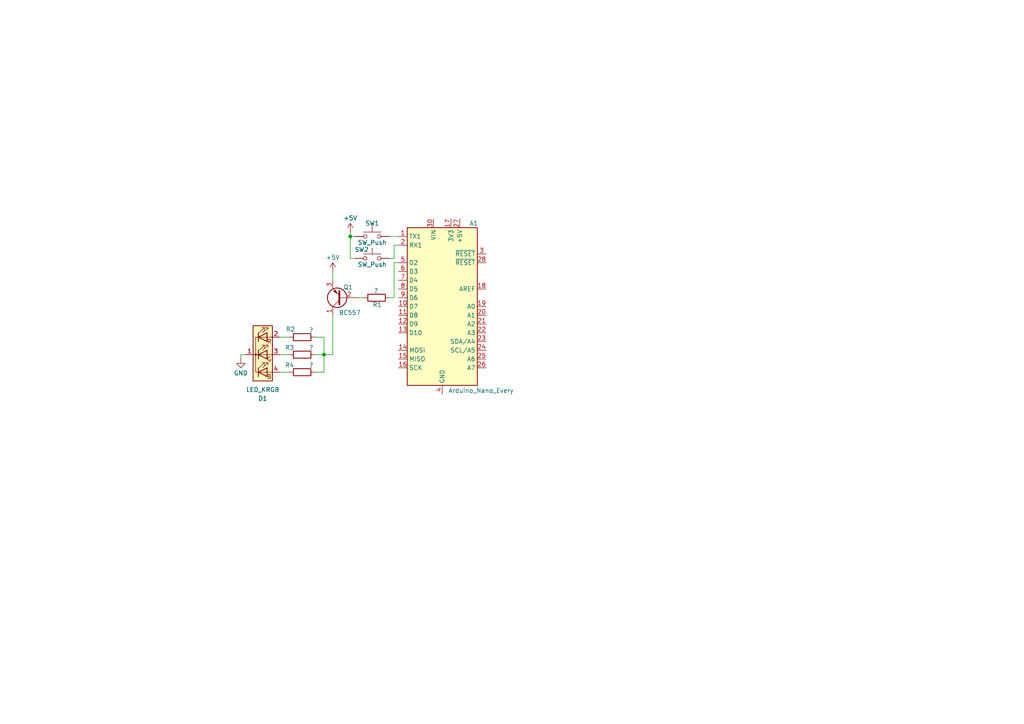
<source format=kicad_sch>
(kicad_sch (version 20231120) (generator "eeschema") (generator_version "8.0")
  (paper "A4")
  (lib_symbols
    (symbol "Device:LED_KRGB" (pin_names (offset 0) hide)
      (property "Reference" "D" (at 0 9.398 0))
      (property "Value" "LED_KRGB" (at 0 -8.89 0))
      (symbol "LED_KRGB_0_0"
        (text "B" (at 1.905 -6.35 0) (effects (font (size 1.27 1.27))))
        (text "G" (at 1.905 -1.27 0) (effects (font (size 1.27 1.27))))
        (text "R" (at 1.905 3.81 0) (effects (font (size 1.27 1.27))))
      )
      (symbol "LED_KRGB_0_1"
        (circle (center -2.032 0) (radius 0.254) (fill (type outline)))
        (polyline (pts (xy -1.27 -5.08) (xy 1.27 -5.08)))
        (polyline (pts (xy -1.27 -3.81) (xy -1.27 -6.35)) (stroke (width 0.254)))
        (polyline (pts (xy -1.27 0) (xy -2.54 0)))
        (polyline (pts (xy -1.27 1.27) (xy -1.27 -1.27)) (stroke (width 0.254)))
        (polyline (pts (xy -1.27 5.08) (xy 1.27 5.08)))
        (polyline (pts (xy -1.27 6.35) (xy -1.27 3.81)) (stroke (width 0.254)))
        (polyline (pts (xy 1.27 -5.08) (xy 2.54 -5.08)))
        (polyline (pts (xy 1.27 0) (xy -1.27 0)))
        (polyline (pts (xy 1.27 0) (xy 2.54 0)))
        (polyline (pts (xy 1.27 5.08) (xy 2.54 5.08)))
        (polyline (pts (xy -1.27 1.27) (xy -1.27 -1.27) (xy -1.27 -1.27)))
        (polyline (pts (xy -1.27 6.35) (xy -1.27 3.81) (xy -1.27 3.81)))
        (polyline (pts (xy -1.27 5.08) (xy -2.032 5.08) (xy -2.032 -5.08) (xy -1.016 -5.08)))
        (polyline (pts (xy 1.27 -3.81) (xy 1.27 -6.35) (xy -1.27 -5.08) (xy 1.27 -3.81)) (stroke (width 0.254)))
        (polyline (pts (xy 1.27 1.27) (xy 1.27 -1.27) (xy -1.27 0) (xy 1.27 1.27)) (stroke (width 0.254)))
        (polyline (pts (xy 1.27 6.35) (xy 1.27 3.81) (xy -1.27 5.08) (xy 1.27 6.35)) (stroke (width 0.254)))
        (polyline (pts (xy -1.016 -3.81) (xy 0.508 -2.286) (xy -0.254 -2.286) (xy 0.508 -2.286) (xy 0.508 -3.048)))
        (polyline (pts (xy -1.016 1.27) (xy 0.508 2.794) (xy -0.254 2.794) (xy 0.508 2.794) (xy 0.508 2.032)))
        (polyline (pts (xy -1.016 6.35) (xy 0.508 7.874) (xy -0.254 7.874) (xy 0.508 7.874) (xy 0.508 7.112)))
        (polyline (pts (xy 0 -3.81) (xy 1.524 -2.286) (xy 0.762 -2.286) (xy 1.524 -2.286) (xy 1.524 -3.048)))
        (polyline (pts (xy 0 1.27) (xy 1.524 2.794) (xy 0.762 2.794) (xy 1.524 2.794) (xy 1.524 2.032)))
        (polyline (pts (xy 0 6.35) (xy 1.524 7.874) (xy 0.762 7.874) (xy 1.524 7.874) (xy 1.524 7.112)))
        (rectangle (start 1.27 -1.27) (end 1.27 1.27))
        (rectangle (start 1.27 1.27) (end 1.27 1.27))
        (rectangle (start 1.27 3.81) (end 1.27 6.35))
        (rectangle (start 1.27 6.35) (end 1.27 6.35))
        (rectangle (start 2.794 8.382) (end -2.794 -7.62) (stroke (width 0.254)) (fill (type background)))
      )
      (symbol "LED_KRGB_1_1"
        (pin passive line (at -5.08 0 0) (length 2.54) (name "K") (number "1"))
        (pin passive line (at 5.08 5.08 180) (length 2.54) (name "RA") (number "2"))
        (pin passive line (at 5.08 0 180) (length 2.54) (name "GA") (number "3"))
        (pin passive line (at 5.08 -5.08 180) (length 2.54) (name "BA") (number "4"))
      )
    )
    (symbol "Device:R" (pin_numbers hide) (pin_names (offset 0))
      (property "Reference" "R" (at 2.032 0 90))
      (property "Value" "R" (at 0 0 90))
      (symbol "R_0_1"
        (rectangle (start -1.016 -2.54) (end 1.016 2.54) (stroke (width 0.254)))
      )
      (symbol "R_1_1"
        (pin passive line (at 0 3.81 270) (length 1.27) (name "~") (number "1"))
        (pin passive line (at 0 -3.81 90) (length 1.27) (name "~") (number "2"))
      )
    )
    (symbol "MCU_Module:Arduino_Nano_Every"
      (property "Reference" "A" (at -10.16 23.495 0))
      (property "Value" "Arduino_Nano_Every" (at 5.08 -24.13 0))
      (symbol "Arduino_Nano_Every_0_1"
        (rectangle (start -10.16 22.86) (end 10.16 -22.86) (stroke (width 0.254)) (fill (type background)))
      )
      (symbol "Arduino_Nano_Every_1_1"
        (pin bidirectional line (at -12.7 20.32 0) (length 2.54) (name "TX1") (number "1"))
        (pin bidirectional line (at -12.7 0 0) (length 2.54) (name "D7") (number "10"))
        (pin bidirectional line (at -12.7 -2.54 0) (length 2.54) (name "D8") (number "11"))
        (pin bidirectional line (at -12.7 -5.08 0) (length 2.54) (name "D9") (number "12"))
        (pin bidirectional line (at -12.7 -7.62 0) (length 2.54) (name "D10") (number "13"))
        (pin bidirectional line (at -12.7 -12.7 0) (length 2.54) (name "MOSI") (number "14"))
        (pin bidirectional line (at -12.7 -15.24 0) (length 2.54) (name "MISO") (number "15"))
        (pin bidirectional line (at -12.7 -17.78 0) (length 2.54) (name "SCK") (number "16"))
        (pin power_out line (at 2.54 25.4 270) (length 2.54) (name "3V3") (number "17"))
        (pin input line (at 12.7 5.08 180) (length 2.54) (name "AREF") (number "18"))
        (pin bidirectional line (at 12.7 0 180) (length 2.54) (name "A0") (number "19"))
        (pin bidirectional line (at -12.7 17.78 0) (length 2.54) (name "RX1") (number "2"))
        (pin bidirectional line (at 12.7 -2.54 180) (length 2.54) (name "A1") (number "20"))
        (pin bidirectional line (at 12.7 -5.08 180) (length 2.54) (name "A2") (number "21"))
        (pin bidirectional line (at 12.7 -7.62 180) (length 2.54) (name "A3") (number "22"))
        (pin bidirectional line (at 12.7 -10.16 180) (length 2.54) (name "SDA/A4") (number "23"))
        (pin bidirectional line (at 12.7 -12.7 180) (length 2.54) (name "SCL/A5") (number "24"))
        (pin bidirectional line (at 12.7 -15.24 180) (length 2.54) (name "A6") (number "25"))
        (pin bidirectional line (at 12.7 -17.78 180) (length 2.54) (name "A7") (number "26"))
        (pin power_out line (at 5.08 25.4 270) (length 2.54) (name "+5V") (number "27"))
        (pin input line (at 12.7 12.7 180) (length 2.54) (name "~{RESET}") (number "28"))
        (pin passive line (at 0 -25.4 90) (length 2.54) hide (name "GND") (number "29"))
        (pin input line (at 12.7 15.24 180) (length 2.54) (name "~{RESET}") (number "3"))
        (pin power_in line (at -2.54 25.4 270) (length 2.54) (name "VIN") (number "30"))
        (pin power_in line (at 0 -25.4 90) (length 2.54) (name "GND") (number "4"))
        (pin bidirectional line (at -12.7 12.7 0) (length 2.54) (name "D2") (number "5"))
        (pin bidirectional line (at -12.7 10.16 0) (length 2.54) (name "D3") (number "6"))
        (pin bidirectional line (at -12.7 7.62 0) (length 2.54) (name "D4") (number "7"))
        (pin bidirectional line (at -12.7 5.08 0) (length 2.54) (name "D5") (number "8"))
        (pin bidirectional line (at -12.7 2.54 0) (length 2.54) (name "D6") (number "9"))
      )
    )
    (symbol "Switch:SW_Push" (pin_numbers hide) (pin_names (offset 1.016) hide)
      (property "Reference" "SW" (at 1.27 2.54 0))
      (property "Value" "SW_Push" (at 0 -1.524 0))
      (symbol "SW_Push_0_1"
        (circle (center -2.032 0) (radius 0.508))
        (polyline (pts (xy 0 1.27) (xy 0 3.048)))
        (polyline (pts (xy 2.54 1.27) (xy -2.54 1.27)))
        (circle (center 2.032 0) (radius 0.508))
        (pin passive line (at -5.08 0 0) (length 2.54) (name "1") (number "1"))
        (pin passive line (at 5.08 0 180) (length 2.54) (name "2") (number "2"))
      )
    )
    (symbol "Transistor_BJT:BC557" (pin_names (offset 0) hide)
      (property "Reference" "Q" (at 5.08 1.905 0))
      (property "Value" "BC557" (at 5.08 0 0))
      (symbol "BC557_0_1"
        (polyline (pts (xy 0.635 0.635) (xy 2.54 2.54)))
        (polyline (pts (xy 0.635 -0.635) (xy 2.54 -2.54) (xy 2.54 -2.54)))
        (polyline (pts (xy 0.635 1.905) (xy 0.635 -1.905) (xy 0.635 -1.905)) (stroke (width 0.508)))
        (polyline (pts (xy 2.286 -1.778) (xy 1.778 -2.286) (xy 1.27 -1.27) (xy 2.286 -1.778) (xy 2.286 -1.778)) (fill (type outline)))
        (circle (center 1.27 0) (radius 2.8194) (stroke (width 0.254)))
      )
      (symbol "BC557_1_1"
        (pin passive line (at 2.54 5.08 270) (length 2.54) (name "C") (number "1"))
        (pin input line (at -5.08 0 0) (length 5.715) (name "B") (number "2"))
        (pin passive line (at 2.54 -5.08 90) (length 2.54) (name "E") (number "3"))
      )
    )
    (symbol "power:+5V" (power) (pin_numbers hide) (pin_names (offset 0) hide)
      (property "Value" "+5V" (at 0 3.556 0))
      (symbol "+5V_0_1"
        (polyline (pts (xy -0.762 1.27) (xy 0 2.54)))
        (polyline (pts (xy 0 0) (xy 0 2.54)))
        (polyline (pts (xy 0 2.54) (xy 0.762 1.27)))
      )
      (symbol "+5V_1_1"
        (pin power_in line (at 0 0 90) (length 0) (name "~") (number "1"))
      )
    )
    (symbol "power:GND" (power) (pin_numbers hide) (pin_names (offset 0) hide)
      (property "Value" "GND" (at 0 -3.81 0))
      (symbol "GND_0_1"
        (polyline (pts (xy 0 0) (xy 0 -1.27) (xy 1.27 -1.27) (xy 0 -2.54) (xy -1.27 -1.27) (xy 0 -1.27)))
      )
      (symbol "GND_1_1"
        (pin power_in line (at 0 0 270) (length 0) (name "~") (number "1"))
      )
    )
  )
  (junction (at 93.98 102.87))
  (junction (at 101.6 68.58))
  (wire (pts (xy 93.98 102.87) (xy 93.98 97.79)))
  (wire (pts (xy 115.57 71.12) (xy 114.3 71.12)))
  (wire (pts (xy 93.98 107.95) (xy 93.98 102.87)))
  (wire (pts (xy 96.52 78.74) (xy 96.52 81.28)))
  (wire (pts (xy 91.44 97.79) (xy 93.98 97.79)))
  (wire (pts (xy 102.87 68.58) (xy 101.6 68.58)))
  (wire (pts (xy 81.28 97.79) (xy 83.82 97.79)))
  (wire (pts (xy 113.03 86.36) (xy 114.3 86.36)))
  (wire (pts (xy 114.3 76.2) (xy 115.57 76.2)))
  (wire (pts (xy 101.6 74.93) (xy 102.87 74.93)))
  (wire (pts (xy 93.98 102.87) (xy 96.52 102.87)))
  (wire (pts (xy 91.44 102.87) (xy 93.98 102.87)))
  (wire (pts (xy 114.3 76.2) (xy 114.3 86.36)))
  (wire (pts (xy 69.85 102.87) (xy 69.85 104.14)))
  (wire (pts (xy 71.12 102.87) (xy 69.85 102.87)))
  (wire (pts (xy 91.44 107.95) (xy 93.98 107.95)))
  (wire (pts (xy 101.6 68.58) (xy 101.6 74.93)))
  (wire (pts (xy 81.28 107.95) (xy 83.82 107.95)))
  (wire (pts (xy 114.3 74.93) (xy 113.03 74.93)))
  (wire (pts (xy 81.28 102.87) (xy 83.82 102.87)))
  (wire (pts (xy 104.14 86.36) (xy 105.41 86.36)))
  (wire (pts (xy 96.52 91.44) (xy 96.52 102.87)))
  (wire (pts (xy 101.6 67.31) (xy 101.6 68.58)))
  (wire (pts (xy 114.3 71.12) (xy 114.3 74.93)))
  (wire (pts (xy 113.03 68.58) (xy 115.57 68.58)))
  (symbol (lib_id "Device:R") (at 87.63 107.95 90) (unit 1)
    (property "Reference" "R4" (at 85.344 105.918 90) (effects (justify left)))
    (property "Value" "?" (at 90.932 105.918 90) (effects (justify left)))
    (property "Description" "Resistor" (effects (hide yes)))
  )
  (symbol (lib_id "MCU_Module:Arduino_Nano_Every") (at 128.27 88.9 0) (unit 1)
    (property "Reference" "A1" (at 136.144 64.77 0) (effects (justify left)))
    (property "Value" "Arduino_Nano_Every" (at 130.048 113.284 0) (effects (justify left)))
    (property "Footprint" "Module:Arduino_Nano" (effects (hide yes)))
    (property "Datasheet" "https://content.arduino.cc/assets/NANOEveryV3.0_sch.pdf" (effects (hide yes)))
    (property "Description" "Arduino Nano Every" (effects (hide yes)))
  )
  (symbol (lib_id "Device:R") (at 87.63 97.79 90) (unit 1)
    (property "Reference" "R2" (at 85.598 95.504 90) (effects (justify left)))
    (property "Value" "?" (at 90.932 95.758 90) (effects (justify left)))
    (property "Description" "Resistor" (effects (hide yes)))
  )
  (symbol (lib_id "power:+5V") (at 96.52 78.74 0) (unit 1)
    (property "Reference" "#PWR03" (effects (hide yes)))
    (property "Value" "+5V" (at 96.52 74.676 0))
    (property "Description" "Power symbol creates a global label with name \"+5V\"" (effects (hide yes)))
  )
  (symbol (lib_id "power:GND") (at 69.85 104.14 0) (unit 1)
    (property "Reference" "#PWR02" (effects (hide yes)))
    (property "Value" "GND" (at 69.85 108.204 0))
    (property "Description" "Power symbol creates a global label with name \"GND\" , ground" (effects (hide yes)))
  )
  (symbol (lib_id "Device:R") (at 109.22 86.36 90) (unit 1)
    (property "Reference" "R1" (at 110.744 88.392 90) (effects (justify left)))
    (property "Value" "?" (at 109.728 84.328 90) (effects (justify left)))
    (property "Description" "Resistor" (effects (hide yes)))
  )
  (symbol (lib_id "Transistor_BJT:BC557") (at 99.06 86.36 180) (unit 1)
    (property "Reference" "Q1" (at 102.362 83.312 0) (effects (justify left)))
    (property "Value" "BC557" (at 104.648 90.678 0) (effects (justify left)))
    (property "Footprint" "Package_TO_SOT_THT:TO-92_Inline" (effects (hide yes)))
    (property "Datasheet" "https://www.onsemi.com/pub/Collateral/BC556BTA-D.pdf" (effects (hide yes)))
    (property "Description" "0.1A Ic, 45V Vce, PNP Small Signal Transistor, TO-92" (effects (hide yes)))
  )
  (symbol (lib_id "Switch:SW_Push") (at 107.95 68.58 0) (unit 1)
    (property "Reference" "SW1" (at 107.95 64.77 0))
    (property "Value" "SW_Push" (at 107.95 70.358 0))
    (property "Description" "Push button switch, generic, two pins" (effects (hide yes)))
  )
  (symbol (lib_id "Switch:SW_Push") (at 107.95 74.93 0) (unit 1)
    (property "Reference" "SW2" (at 104.902 72.39 0))
    (property "Value" "SW_Push" (at 107.95 76.708 0))
    (property "Description" "Push button switch, generic, two pins" (effects (hide yes)))
  )
  (symbol (lib_id "Device:LED_KRGB") (at 76.2 102.87 0) (unit 1)
    (property "Reference" "D1" (at 76.2 115.57 0))
    (property "Value" "LED_KRGB" (at 76.2 113.03 0))
    (property "Description" "RGB LED, cathode/red/green/blue" (effects (hide yes)))
  )
  (symbol (lib_id "Device:R") (at 87.63 102.87 90) (unit 1)
    (property "Reference" "R3" (at 85.344 100.838 90) (effects (justify left)))
    (property "Value" "?" (at 90.932 100.838 90) (effects (justify left)))
    (property "Description" "Resistor" (effects (hide yes)))
  )
  (symbol (lib_id "power:+5V") (at 101.6 67.31 0) (unit 1)
    (property "Reference" "#PWR01" (effects (hide yes)))
    (property "Value" "+5V" (at 101.6 63.246 0))
    (property "Description" "Power symbol creates a global label with name \"+5V\"" (effects (hide yes)))
  )
)
</source>
